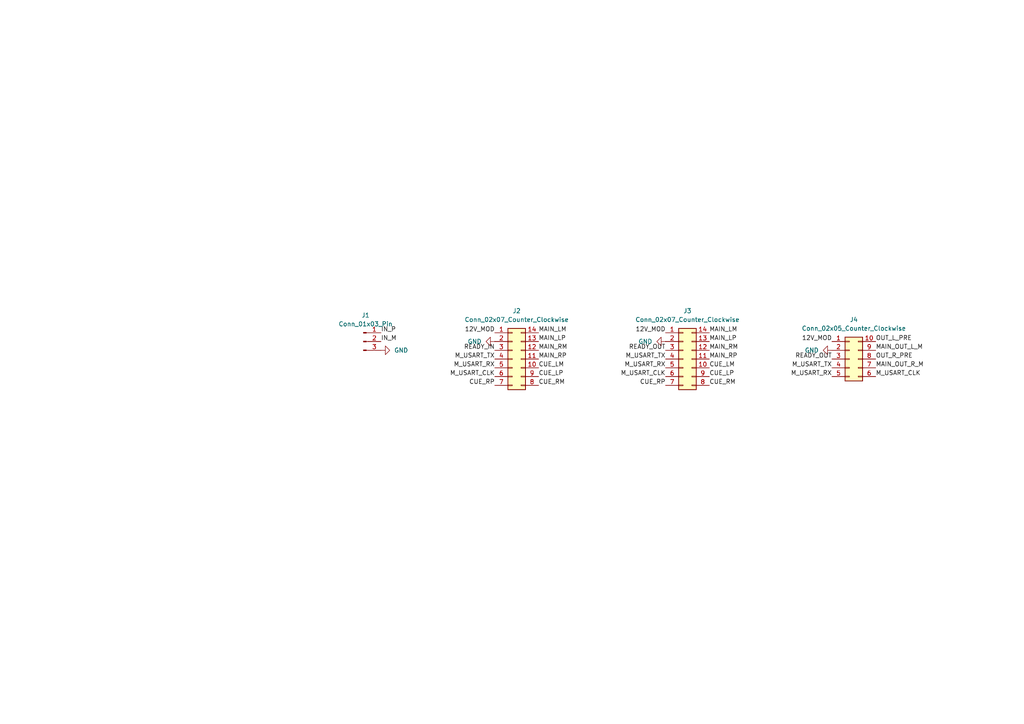
<source format=kicad_sch>
(kicad_sch (version 20231120) (generator "eeschema") (generator_version "8.0")
  (paper "A4")
  (lib_symbols
    (symbol "Connector:Conn_01x03_Pin" (pin_names (offset 1.016) hide)
      (property "Reference" "J" (at 0 5.08 0))
      (property "Value" "Conn_01x03_Pin" (at 0 -5.08 0))
      (symbol "Conn_01x03_Pin_1_1"
        (polyline (pts (xy 1.27 -2.54) (xy 0.8636 -2.54)) (stroke (width 0.1524)))
        (polyline (pts (xy 1.27 0) (xy 0.8636 0)) (stroke (width 0.1524)))
        (polyline (pts (xy 1.27 2.54) (xy 0.8636 2.54)) (stroke (width 0.1524)))
        (rectangle (start 0.8636 -2.413) (end 0 -2.667) (stroke (width 0.1524)) (fill (type outline)))
        (rectangle (start 0.8636 0.127) (end 0 -0.127) (stroke (width 0.1524)) (fill (type outline)))
        (rectangle (start 0.8636 2.667) (end 0 2.413) (stroke (width 0.1524)) (fill (type outline)))
        (pin passive line (at 5.08 2.54 180) (length 3.81) (name "Pin_1") (number "1"))
        (pin passive line (at 5.08 0 180) (length 3.81) (name "Pin_2") (number "2"))
        (pin passive line (at 5.08 -2.54 180) (length 3.81) (name "Pin_3") (number "3"))
      )
    )
    (symbol "Connector_Generic:Conn_02x05_Counter_Clockwise" (pin_names (offset 1.016) hide)
      (property "Reference" "J" (at 1.27 7.62 0))
      (property "Value" "Conn_02x05_Counter_Clockwise" (at 1.27 -7.62 0))
      (symbol "Conn_02x05_Counter_Clockwise_1_1"
        (rectangle (start -1.27 -4.953) (end 0 -5.207) (stroke (width 0.1524)))
        (rectangle (start -1.27 -2.413) (end 0 -2.667) (stroke (width 0.1524)))
        (rectangle (start -1.27 0.127) (end 0 -0.127) (stroke (width 0.1524)))
        (rectangle (start -1.27 2.667) (end 0 2.413) (stroke (width 0.1524)))
        (rectangle (start -1.27 5.207) (end 0 4.953) (stroke (width 0.1524)))
        (rectangle (start -1.27 6.35) (end 3.81 -6.35) (stroke (width 0.254)) (fill (type background)))
        (rectangle (start 3.81 -4.953) (end 2.54 -5.207) (stroke (width 0.1524)))
        (rectangle (start 3.81 -2.413) (end 2.54 -2.667) (stroke (width 0.1524)))
        (rectangle (start 3.81 0.127) (end 2.54 -0.127) (stroke (width 0.1524)))
        (rectangle (start 3.81 2.667) (end 2.54 2.413) (stroke (width 0.1524)))
        (rectangle (start 3.81 5.207) (end 2.54 4.953) (stroke (width 0.1524)))
        (pin passive line (at -5.08 5.08 0) (length 3.81) (name "Pin_1") (number "1"))
        (pin passive line (at 7.62 5.08 180) (length 3.81) (name "Pin_10") (number "10"))
        (pin passive line (at -5.08 2.54 0) (length 3.81) (name "Pin_2") (number "2"))
        (pin passive line (at -5.08 0 0) (length 3.81) (name "Pin_3") (number "3"))
        (pin passive line (at -5.08 -2.54 0) (length 3.81) (name "Pin_4") (number "4"))
        (pin passive line (at -5.08 -5.08 0) (length 3.81) (name "Pin_5") (number "5"))
        (pin passive line (at 7.62 -5.08 180) (length 3.81) (name "Pin_6") (number "6"))
        (pin passive line (at 7.62 -2.54 180) (length 3.81) (name "Pin_7") (number "7"))
        (pin passive line (at 7.62 0 180) (length 3.81) (name "Pin_8") (number "8"))
        (pin passive line (at 7.62 2.54 180) (length 3.81) (name "Pin_9") (number "9"))
      )
    )
    (symbol "Connector_Generic:Conn_02x07_Counter_Clockwise" (pin_names (offset 1.016) hide)
      (property "Reference" "J" (at 1.27 10.16 0))
      (property "Value" "Conn_02x07_Counter_Clockwise" (at 1.27 -10.16 0))
      (symbol "Conn_02x07_Counter_Clockwise_1_1"
        (rectangle (start -1.27 -7.493) (end 0 -7.747) (stroke (width 0.1524)))
        (rectangle (start -1.27 -4.953) (end 0 -5.207) (stroke (width 0.1524)))
        (rectangle (start -1.27 -2.413) (end 0 -2.667) (stroke (width 0.1524)))
        (rectangle (start -1.27 0.127) (end 0 -0.127) (stroke (width 0.1524)))
        (rectangle (start -1.27 2.667) (end 0 2.413) (stroke (width 0.1524)))
        (rectangle (start -1.27 5.207) (end 0 4.953) (stroke (width 0.1524)))
        (rectangle (start -1.27 7.747) (end 0 7.493) (stroke (width 0.1524)))
        (rectangle (start -1.27 8.89) (end 3.81 -8.89) (stroke (width 0.254)) (fill (type background)))
        (rectangle (start 3.81 -7.493) (end 2.54 -7.747) (stroke (width 0.1524)))
        (rectangle (start 3.81 -4.953) (end 2.54 -5.207) (stroke (width 0.1524)))
        (rectangle (start 3.81 -2.413) (end 2.54 -2.667) (stroke (width 0.1524)))
        (rectangle (start 3.81 0.127) (end 2.54 -0.127) (stroke (width 0.1524)))
        (rectangle (start 3.81 2.667) (end 2.54 2.413) (stroke (width 0.1524)))
        (rectangle (start 3.81 5.207) (end 2.54 4.953) (stroke (width 0.1524)))
        (rectangle (start 3.81 7.747) (end 2.54 7.493) (stroke (width 0.1524)))
        (pin passive line (at -5.08 7.62 0) (length 3.81) (name "Pin_1") (number "1"))
        (pin passive line (at 7.62 -2.54 180) (length 3.81) (name "Pin_10") (number "10"))
        (pin passive line (at 7.62 0 180) (length 3.81) (name "Pin_11") (number "11"))
        (pin passive line (at 7.62 2.54 180) (length 3.81) (name "Pin_12") (number "12"))
        (pin passive line (at 7.62 5.08 180) (length 3.81) (name "Pin_13") (number "13"))
        (pin passive line (at 7.62 7.62 180) (length 3.81) (name "Pin_14") (number "14"))
        (pin passive line (at -5.08 5.08 0) (length 3.81) (name "Pin_2") (number "2"))
        (pin passive line (at -5.08 2.54 0) (length 3.81) (name "Pin_3") (number "3"))
        (pin passive line (at -5.08 0 0) (length 3.81) (name "Pin_4") (number "4"))
        (pin passive line (at -5.08 -2.54 0) (length 3.81) (name "Pin_5") (number "5"))
        (pin passive line (at -5.08 -5.08 0) (length 3.81) (name "Pin_6") (number "6"))
        (pin passive line (at -5.08 -7.62 0) (length 3.81) (name "Pin_7") (number "7"))
        (pin passive line (at 7.62 -7.62 180) (length 3.81) (name "Pin_8") (number "8"))
        (pin passive line (at 7.62 -5.08 180) (length 3.81) (name "Pin_9") (number "9"))
      )
    )
    (symbol "power:GND" (power) (pin_numbers hide) (pin_names (offset 0) hide)
      (property "Value" "GND" (at 0 -3.81 0))
      (symbol "GND_0_1"
        (polyline (pts (xy 0 0) (xy 0 -1.27) (xy 1.27 -1.27) (xy 0 -2.54) (xy -1.27 -1.27) (xy 0 -1.27)))
      )
      (symbol "GND_1_1"
        (pin power_in line (at 0 0 270) (length 0) (name "~") (number "1"))
      )
    )
  )
  (label "MAIN_RM" (at 156.21 101.6 0))
  (label "MAIN_LM" (at 205.74 96.52 0))
  (label "M_USART_CLK" (at 193.04 109.22 180))
  (label "MAIN_RM" (at 205.74 101.6 0))
  (label "MAIN_RP" (at 205.74 104.14 0))
  (label "OUT_R_PRE" (at 254 104.14 0))
  (label "M_USART_RX" (at 241.3 109.22 180))
  (label "MAIN_LP" (at 205.74 99.06 0))
  (label "M_USART_TX" (at 143.51 104.14 180))
  (label "IN_M" (at 110.49 99.06 0))
  (label "CUE_RM" (at 205.74 111.76 0))
  (label "MAIN_OUT_L_M" (at 254 101.6 0))
  (label "CUE_LP" (at 205.74 109.22 0))
  (label "READY_OUT" (at 241.3 104.14 180))
  (label "MAIN_RP" (at 156.21 104.14 0))
  (label "12V_MOD" (at 143.51 96.52 180))
  (label "IN_P" (at 110.49 96.52 0))
  (label "CUE_RM" (at 156.21 111.76 0))
  (label "MAIN_OUT_R_M" (at 254 106.68 0))
  (label "M_USART_TX" (at 241.3 106.68 180))
  (label "OUT_L_PRE" (at 254 99.06 0))
  (label "CUE_RP" (at 143.51 111.76 180))
  (label "M_USART_TX" (at 193.04 104.14 180))
  (label "CUE_RP" (at 193.04 111.76 180))
  (label "M_USART_RX" (at 143.51 106.68 180))
  (label "MAIN_LM" (at 156.21 96.52 0))
  (label "READY_IN" (at 143.51 101.6 180))
  (label "READY_OUT" (at 193.04 101.6 180))
  (label "M_USART_CLK" (at 143.51 109.22 180))
  (label "CUE_LM" (at 156.21 106.68 0))
  (label "CUE_LM" (at 205.74 106.68 0))
  (label "M_USART_RX" (at 193.04 106.68 180))
  (label "MAIN_LP" (at 156.21 99.06 0))
  (label "CUE_LP" (at 156.21 109.22 0))
  (label "12V_MOD" (at 241.3 99.06 180))
  (label "12V_MOD" (at 193.04 96.52 180))
  (label "M_USART_CLK" (at 254 109.22 0))
  (symbol (lib_id "Connector_Generic:Conn_02x07_Counter_Clockwise") (at 198.12 104.14 0) (unit 1)
    (property "Reference" "J3" (at 199.39 90.17 0))
    (property "Value" "Conn_02x07_Counter_Clockwise" (at 199.39 92.71 0))
    (property "Footprint" "Connector_IDC:IDC-Header_2x07_P2.54mm_Vertical" (effects (hide yes)))
    (property "Description" "Generic connector, double row, 02x07, counter clockwise pin numbering scheme (similar to DIP package numbering), script generated (kicad-library-utils/schlib/autogen/connector/)" (effects (hide yes)))
  )
  (symbol (lib_id "power:GND") (at 143.51 99.06 270) (unit 1)
    (property "Reference" "#PWR040" (effects (hide yes)))
    (property "Value" "GND" (at 139.7 99.0599 90) (effects (justify right)))
    (property "Description" "Power symbol creates a global label with name \"GND\" , ground" (effects (hide yes)))
  )
  (symbol (lib_id "power:GND") (at 110.49 101.6 90) (mirror x) (unit 1)
    (property "Reference" "#PWR039" (effects (hide yes)))
    (property "Value" "GND" (at 114.3 101.5999 90) (effects (justify right)))
    (property "Description" "Power symbol creates a global label with name \"GND\" , ground" (effects (hide yes)))
  )
  (symbol (lib_id "Connector:Conn_01x03_Pin") (at 105.41 99.06 0) (unit 1)
    (property "Reference" "J1" (at 106.045 91.44 0))
    (property "Value" "Conn_01x03_Pin" (at 106.045 93.98 0))
    (property "Footprint" "Connector:FanPinHeader_1x03_P2.54mm_Vertical" (effects (hide yes)))
    (property "Description" "Generic connector, single row, 01x03, script generated" (effects (hide yes)))
  )
  (symbol (lib_id "power:GND") (at 193.04 99.06 270) (unit 1)
    (property "Reference" "#PWR041" (effects (hide yes)))
    (property "Value" "GND" (at 189.23 99.0599 90) (effects (justify right)))
    (property "Description" "Power symbol creates a global label with name \"GND\" , ground" (effects (hide yes)))
  )
  (symbol (lib_id "Connector_Generic:Conn_02x05_Counter_Clockwise") (at 246.38 104.14 0) (unit 1)
    (property "Reference" "J4" (at 247.65 92.71 0))
    (property "Value" "Conn_02x05_Counter_Clockwise" (at 247.65 95.25 0))
    (property "Footprint" "Connector_PinHeader_2.54mm:PinHeader_2x05_P2.54mm_Vertical" (effects (hide yes)))
    (property "Description" "Generic connector, double row, 02x05, counter clockwise pin numbering scheme (similar to DIP package numbering), script generated (kicad-library-utils/schlib/autogen/connector/)" (effects (hide yes)))
  )
  (symbol (lib_id "power:GND") (at 241.3 101.6 270) (unit 1)
    (property "Reference" "#PWR056" (effects (hide yes)))
    (property "Value" "GND" (at 237.49 101.5999 90) (effects (justify right)))
    (property "Description" "Power symbol creates a global label with name \"GND\" , ground" (effects (hide yes)))
  )
  (symbol (lib_id "Connector_Generic:Conn_02x07_Counter_Clockwise") (at 148.59 104.14 0) (unit 1)
    (property "Reference" "J2" (at 149.86 90.17 0))
    (property "Value" "Conn_02x07_Counter_Clockwise" (at 149.86 92.71 0))
    (property "Footprint" "Connector_IDC:IDC-Header_2x07_P2.54mm_Vertical" (effects (hide yes)))
    (property "Description" "Generic connector, double row, 02x07, counter clockwise pin numbering scheme (similar to DIP package numbering), script generated (kicad-library-utils/schlib/autogen/connector/)" (effects (hide yes)))
  )
)
</source>
